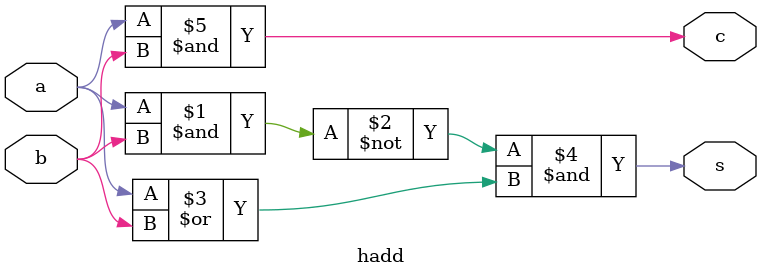
<source format=v>
`timescale 1ns / 1ps

module hadd(
    input a,
    input b,
    output s,
    output c
    );
assign s = ~(a&b) & (a|b);
assign c = a&b;
endmodule

</source>
